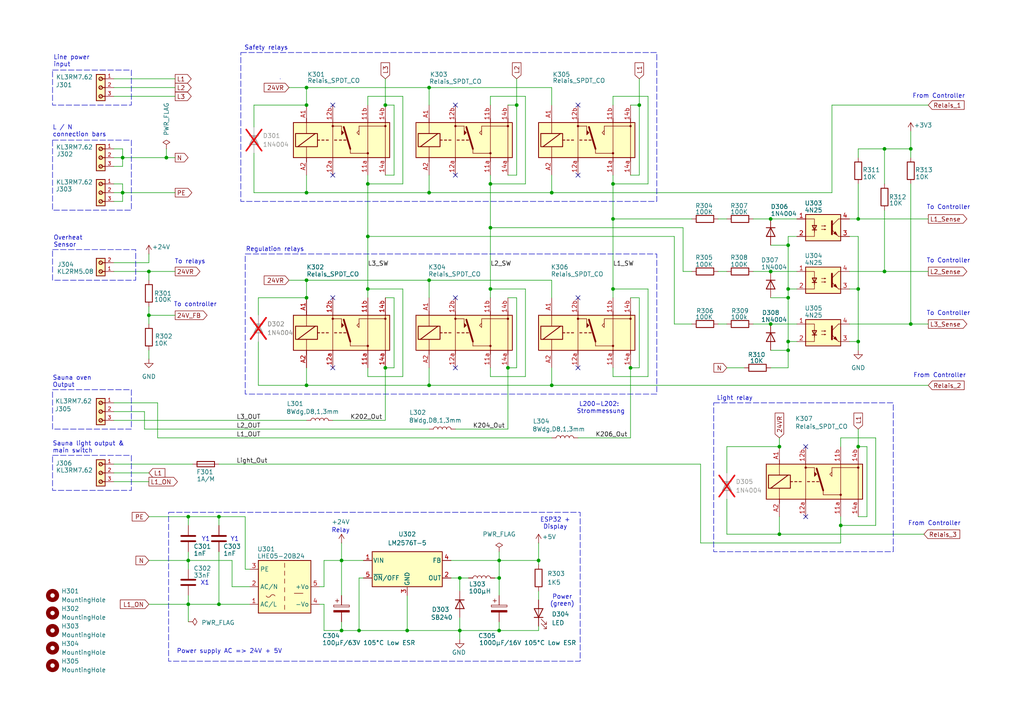
<source format=kicad_sch>
(kicad_sch (version 20250114) (generator "eeschema") (generator_version "9.0")
  (paper "A4")
  (title_block (title "Saunasteuerung") (date "2026-01-18") (rev "0.0.1"))
  (lib_symbols
    (symbol "Device:C" (pin_numbers (hide yes)) (pin_names (offset 0.254))
      (property "Reference" "C" (at 0.635 2.54 0))
      (property "Value" "C" (at 0.635 -2.54 0))
      (symbol "C_1_1"
        (pin passive line (at 0 3.81 270) (length 2.794) (name "~") (number "1"))
        (pin passive line (at 0 -3.81 90) (length 2.794) (name "~") (number "2"))
      )
    )
    (symbol "Device:C_Polarized" (pin_numbers (hide yes)) (pin_names (offset 0.254))
      (property "Reference" "C" (at 0.635 2.54 0))
      (property "Value" "C_Polarized" (at 0.635 -2.54 0))
      (symbol "C_Polarized_1_1"
        (pin passive line (at 0 3.81 270) (length 2.794) (name "~") (number "1"))
        (pin passive line (at 0 -3.81 90) (length 2.794) (name "~") (number "2"))
      )
    )
    (symbol "Device:D" (pin_numbers (hide yes)) (pin_names (offset 1.016) (hide yes))
      (property "Reference" "D" (at 0 2.54 0))
      (property "Value" "D" (at 0 -2.54 0))
      (symbol "D_1_1"
        (pin passive line (at -3.81 0 0) (length 2.54) (name "K") (number "1"))
        (pin passive line (at 3.81 0 180) (length 2.54) (name "A") (number "2"))
      )
    )
    (symbol "Device:Fuse" (pin_numbers (hide yes)) (pin_names (offset 0))
      (property "Reference" "F" (at 2.032 0 90))
      (property "Value" "Fuse" (at -1.905 0 90))
      (symbol "Fuse_1_1"
        (pin passive line (at 0 3.81 270) (length 1.27) (name "~") (number "1"))
        (pin passive line (at 0 -3.81 90) (length 1.27) (name "~") (number "2"))
      )
    )
    (symbol "Device:L" (pin_numbers (hide yes)) (pin_names (offset 1.016) (hide yes))
      (property "Reference" "L" (at -1.27 0 90))
      (property "Value" "L" (at 1.905 0 90))
      (symbol "L_1_1"
        (pin passive line (at 0 3.81 270) (length 1.27) (name "1") (number "1"))
        (pin passive line (at 0 -3.81 90) (length 1.27) (name "2") (number "2"))
      )
    )
    (symbol "Device:LED" (pin_numbers (hide yes)) (pin_names (offset 1.016) (hide yes))
      (property "Reference" "D" (at 0 2.54 0))
      (property "Value" "LED" (at 0 -2.54 0))
      (symbol "LED_1_1"
        (pin passive line (at -3.81 0 0) (length 2.54) (name "K") (number "1"))
        (pin passive line (at 3.81 0 180) (length 2.54) (name "A") (number "2"))
      )
    )
    (symbol "Device:R" (pin_numbers (hide yes)) (pin_names (offset 0))
      (property "Reference" "R" (at 2.032 0 90))
      (property "Value" "R" (at 0 0 90))
      (symbol "R_1_1"
        (pin passive line (at 0 3.81 270) (length 1.27) (name "~") (number "1"))
        (pin passive line (at 0 -3.81 90) (length 1.27) (name "~") (number "2"))
      )
    )
    (symbol "Diode:1N4004" (pin_numbers (hide yes)) (pin_names (hide yes))
      (property "Reference" "D" (at 0 2.54 0))
      (property "Value" "1N4004" (at 0 -2.54 0))
      (symbol "1N4004_1_1"
        (pin passive line (at -3.81 0 0) (length 2.54) (name "K") (number "1"))
        (pin passive line (at 3.81 0 180) (length 2.54) (name "A") (number "2"))
      )
    )
    (symbol "Isolator:Optocoupler_DC_PhotoNPN_AKEC"
      (property "Reference" "U" (at -5.08 5.08 0))
      (property "Value" "Optocoupler_DC_PhotoNPN_AKEC" (at 0 5.08 0))
      (symbol "Optocoupler_DC_PhotoNPN_AKEC_1_1"
        (pin passive line (at -7.62 2.54 0) (length 2.54) (name "~") (number "1"))
        (pin passive line (at -7.62 -2.54 0) (length 2.54) (name "~") (number "2"))
        (pin passive line (at 7.62 2.54 180) (length 2.54) (name "~") (number "4"))
        (pin passive line (at 7.62 -2.54 180) (length 2.54) (name "~") (number "3"))
      )
    )
    (symbol "Mechanical:MountingHole" (pin_names (offset 1.016)) (in_bom no)
      (property "Reference" "H" (at 0 5.08 0))
      (property "Value" "MountingHole" (at 0 3.175 0))
    )
    (symbol "MyConnectors:Terminal_Block_2"
      (property "Reference" "J" (at -0.762 6.35 0))
      (symbol "Terminal_Block_2_0_0"
        (pin passive line (at 0 0 90) (length 2.54) (name "~") (number "1"))
        (pin passive line (at 2.54 0 90) (length 2.54) (name "~") (number "2"))
      )
    )
    (symbol "MyConnectors:Terminal_Block_3"
      (property "Reference" "J" (at -0.762 6.096 0))
      (symbol "Terminal_Block_3_0_0"
        (pin passive line (at 0 0 90) (length 2.54) (name "~") (number "1"))
        (pin passive line (at 2.54 0 90) (length 2.54) (name "~") (number "2"))
        (pin passive line (at 5.08 0 90) (length 2.54) (name "~") (number "3"))
      )
    )
    (symbol "MyRelays:Relay_1XUM"
      (property "Reference" "K" (at 15.748 5.842 0))
      (property "Value" "Relais_SPDT_CO" (at 22.606 3.302 0))
      (symbol "Relay_1XUM_1_1"
        (pin passive line (at -10.16 10.16 270) (length 5.08) (name "~") (number "A1"))
        (pin passive line (at -10.16 -10.16 90) (length 5.08) (name "~") (number "A2"))
        (pin passive line (at -2.54 10.16 270) (length 5.08) (name "~") (number "12b"))
        (pin passive line (at -2.54 -10.16 90) (length 5.08) (name "~") (number "12a"))
        (pin passive line (at 7.62 10.16 270) (length 5.08) (name "~") (number "11b"))
        (pin passive line (at 7.62 -10.16 90) (length 5.08) (name "~") (number "11a"))
        (pin passive line (at 12.7 10.16 270) (length 5.08) (name "~") (number "14b"))
        (pin passive line (at 12.7 -10.16 90) (length 5.08) (name "~") (number "14a"))
      )
    )
    (symbol "Project:Mornsun_AC_DC"
      (property "Reference" "U" (at -7.112 10.922 0))
      (property "Value" "LHE05-20B24" (at -1.016 8.89 0))
      (symbol "Mornsun_AC_DC_1_1"
        (pin passive line (at -10.16 5.08 0) (length 2.54) (name "PE") (number "3"))
        (pin power_in line (at -10.16 0 0) (length 2.54) (name "AC/N") (number "2"))
        (pin power_in line (at -10.16 -5.08 0) (length 2.54) (name "AC/L") (number "1"))
        (pin power_out line (at 10.16 0 180) (length 2.54) (name "+Vo") (number "5"))
        (pin power_out line (at 10.16 -5.08 180) (length 2.54) (name "-Vo") (number "4"))
      )
    )
    (symbol "Regulator_Switching:LM2576T-5" (pin_names (offset 0.254))
      (property "Reference" "U" (at -10.16 6.35 0))
      (property "Value" "LM2576T-5" (at 0 6.35 0))
      (symbol "LM2576T-5_1_1"
        (pin power_in line (at -12.7 2.54 0) (length 2.54) (name "VIN") (number "1"))
        (pin input line (at -12.7 -2.54 0) (length 2.54) (name "~{ON}/OFF") (number "5"))
        (pin power_in line (at 0 -7.62 90) (length 2.54) (name "GND") (number "3"))
        (pin input line (at 12.7 2.54 180) (length 2.54) (name "FB") (number "4"))
        (pin output line (at 12.7 -2.54 180) (length 2.54) (name "OUT") (number "2"))
      )
    )
    (symbol "power:+24V" (power) (pin_numbers (hide yes)) (pin_names (offset 0) (hide yes))
      (property "Value" "+24V" (at 0 3.556 0))
      (symbol "+24V_1_1"
        (pin power_in line (at 0 0 90) (length 0) (name "~") (number "1"))
      )
    )
    (symbol "power:+3V3" (power) (pin_numbers (hide yes)) (pin_names (offset 0) (hide yes))
      (property "Value" "+3V3" (at 0 3.556 0))
      (symbol "+3V3_1_1"
        (pin power_in line (at 0 0 90) (length 0) (name "~") (number "1"))
      )
    )
    (symbol "power:+5V" (power) (pin_numbers (hide yes)) (pin_names (offset 0) (hide yes))
      (property "Value" "+5V" (at 0 3.556 0))
      (symbol "+5V_1_1"
        (pin power_in line (at 0 0 90) (length 0) (name "~") (number "1"))
      )
    )
    (symbol "power:GND" (power) (pin_numbers (hide yes)) (pin_names (offset 0) (hide yes))
      (property "Value" "GND" (at 0 -3.81 0))
      (symbol "GND_1_1"
        (pin power_in line (at 0 0 270) (length 0) (name "~") (number "1"))
      )
    )
    (symbol "power:PWR_FLAG" (power) (pin_numbers (hide yes)) (pin_names (offset 0) (hide yes))
      (property "Value" "PWR_FLAG" (at 0 3.81 0))
      (symbol "PWR_FLAG_0_0"
        (pin power_out line (at 0 0 90) (length 0) (name "~") (number "1"))
      )
    )
  )
  (rectangle (start 207.01 116.84) (end 259.08 160.02) (stroke (width 0) (type dash)))
  (rectangle (start 15.24 40.64) (end 38.1 60.96) (stroke (width 0) (type dash)))
  (rectangle (start 15.24 20.32) (end 38.1 30.48) (stroke (width 0) (type dash)))
  (rectangle (start 15.24 113.03) (end 38.1 124.46) (stroke (width 0) (type dash)))
  (rectangle (start 69.85 15.24) (end 190.5 58.42) (stroke (width 0) (type dash)))
  (rectangle (start 15.24 132.08) (end 38.1 142.24) (stroke (width 0) (type dash)))
  (rectangle (start 81.28 22.86) (end 81.28 22.86))
  (rectangle (start 81.28 22.86) (end 81.28 22.86))
  (rectangle (start 48.895 148.59) (end 168.275 191.77) (stroke (width 0) (type dash)))
  (rectangle (start 15.24 72.39) (end 39.37 81.28) (stroke (width 0) (type dash)))
  (rectangle (start 71.12 73.66) (end 190.5 114.3) (stroke (width 0) (type dash)))
  (text "From Controller\n" (at 271.018 151.892 0) (effects (font (size 1.27 1.27))))
  (text "Power supply AC => 24V + 5V" (at 66.548 188.976 0) (effects (font (size 1.27 1.27))))
  (text "Regulation relays" (at 79.756 72.39 0) (effects (font (size 1.27 1.27))))
  (text "L / N\nconnection bars" (at 15.24 38.1 0) (effects (font (size 1.27 1.27)) (justify left)))
  (text "To Controller\n" (at 275.082 75.692 0) (effects (font (size 1.27 1.27))))
  (text "Light relay" (at 213.106 115.57 0) (effects (font (size 1.27 1.27))))
  (text "Overheat\nSensor" (at 15.494 70.104 0) (effects (font (size 1.27 1.27)) (justify left)))
  (text "Sauna oven\nOutput" (at 15.24 110.744 0) (effects (font (size 1.27 1.27)) (justify left)))
  (text "X1" (at 59.436 169.164 0) (effects (font (size 1.27 1.27))))
  (text "From Controller\n" (at 272.542 108.966 0) (effects (font (size 1.27 1.27))))
  (text "L200-L202: \nStrommessung" (at 174.244 118.364 0) (effects (font (size 1.27 1.27))))
  (text "Y1" (at 68.072 156.464 0) (effects (font (size 1.27 1.27))))
  (text "To relays" (at 55.118 75.946 0) (effects (font (size 1.27 1.27))))
  (text "To controller" (at 56.642 88.392 0) (effects (font (size 1.27 1.27))))
  (text "Safety relays" (at 77.216 13.97 0) (effects (font (size 1.27 1.27))))
  (text "Line power \ninput" (at 15.494 17.78 0) (effects (font (size 1.27 1.27)) (justify left)))
  (text "To Controller\n" (at 275.082 60.198 0) (effects (font (size 1.27 1.27))))
  (text "Sauna light output &\nmain switch" (at 15.24 129.794 0) (effects (font (size 1.27 1.27)) (justify left)))
  (text "To Controller\n" (at 275.082 90.932 0) (effects (font (size 1.27 1.27))))
  (text "Power\n(green)" (at 163.068 174.244 0) (effects (font (size 1.27 1.27))))
  (text "From Controller\n" (at 272.288 27.94 0) (effects (font (size 1.27 1.27))))
  (text "Y1" (at 59.69 156.464 0) (effects (font (size 1.27 1.27))))
  (text "ESP32 +\nDisplay" (at 161.036 151.892 0) (effects (font (size 1.27 1.27))))
  (text "Relay" (at 98.806 153.924 0) (effects (font (size 1.27 1.27))))
  (junction (at 142.24 83.82))
  (junction (at 177.8 83.82))
  (junction (at 264.16 43.18))
  (junction (at 88.9 81.28))
  (junction (at 35.56 55.88))
  (junction (at 54.61 162.56))
  (junction (at 144.78 182.88))
  (junction (at 228.6 86.36))
  (junction (at 124.46 25.4))
  (junction (at 182.88 106.68))
  (junction (at 228.6 71.12))
  (junction (at 124.46 111.76))
  (junction (at 54.61 175.26))
  (junction (at 124.46 55.88))
  (junction (at 88.9 30.48))
  (junction (at 248.92 83.82))
  (junction (at 124.46 81.28))
  (junction (at 264.16 93.98))
  (junction (at 226.06 154.94))
  (junction (at 256.54 43.18))
  (junction (at 160.02 55.88))
  (junction (at 243.84 152.4))
  (junction (at 226.06 129.54))
  (junction (at 142.24 66.04))
  (junction (at 223.52 93.98))
  (junction (at 106.68 68.58))
  (junction (at 104.14 182.88))
  (junction (at 185.42 30.48))
  (junction (at 99.06 162.56))
  (junction (at 118.11 182.88))
  (junction (at 156.21 162.56))
  (junction (at 256.54 78.74))
  (junction (at 177.8 53.34))
  (junction (at 99.06 182.88))
  (junction (at 177.8 63.5))
  (junction (at 63.5 175.26))
  (junction (at 228.6 99.06))
  (junction (at 63.5 149.86))
  (junction (at 144.78 162.56))
  (junction (at 111.76 106.68))
  (junction (at 223.52 63.5))
  (junction (at 88.9 86.36))
  (junction (at 111.76 30.48))
  (junction (at 248.92 99.06))
  (junction (at 142.24 53.34))
  (junction (at 149.86 30.48))
  (junction (at 35.56 45.72))
  (junction (at 223.52 78.74))
  (junction (at 88.9 111.76))
  (junction (at 43.18 91.44))
  (junction (at 43.18 78.74))
  (junction (at 160.02 111.76))
  (junction (at 54.61 149.86))
  (junction (at 248.92 63.5))
  (junction (at 88.9 55.88))
  (junction (at 133.35 167.64))
  (junction (at 133.35 182.88))
  (junction (at 106.68 83.82))
  (junction (at 88.9 25.4))
  (junction (at 228.6 83.82))
  (junction (at 106.68 53.34))
  (junction (at 147.32 106.68))
  (junction (at 144.78 167.64))
  (junction (at 228.6 101.6))
  (junction (at 48.26 45.72))
  (junction (at 248.92 129.54))
  (no_connect (at 233.68 129.54))
  (no_connect (at 167.64 30.48))
  (no_connect (at 132.08 30.48))
  (no_connect (at 167.64 50.8))
  (no_connect (at 96.52 106.68))
  (no_connect (at 132.08 50.8))
  (no_connect (at 96.52 86.36))
  (no_connect (at 96.52 50.8))
  (no_connect (at 233.68 149.86))
  (no_connect (at 132.08 86.36))
  (no_connect (at 132.08 106.68))
  (no_connect (at 96.52 30.48))
  (no_connect (at 167.64 106.68))
  (no_connect (at 167.64 86.36))
  (wire (pts (xy 187.96 27.94) (xy 187.96 53.34)))
  (wire (pts (xy 124.46 55.88) (xy 160.02 55.88)))
  (wire (pts (xy 124.46 25.4) (xy 124.46 30.48)))
  (wire (pts (xy 185.42 86.36) (xy 185.42 106.68)))
  (wire (pts (xy 144.78 167.64) (xy 144.78 172.72)))
  (wire (pts (xy 124.46 111.76) (xy 88.9 111.76)))
  (wire (pts (xy 264.16 53.34) (xy 264.16 93.98)))
  (wire (pts (xy 248.92 63.5) (xy 269.24 63.5)))
  (wire (pts (xy 104.14 182.88) (xy 118.11 182.88)))
  (wire (pts (xy 156.21 162.56) (xy 156.21 163.83)))
  (wire (pts (xy 92.71 170.18) (xy 93.98 170.18)))
  (wire (pts (xy 177.8 83.82) (xy 187.96 83.82)))
  (wire (pts (xy 182.88 50.8) (xy 185.42 50.8)))
  (wire (pts (xy 149.86 22.86) (xy 149.86 30.48)))
  (wire (pts (xy 67.31 162.56) (xy 67.31 170.18)))
  (wire (pts (xy 147.32 106.68) (xy 147.32 124.46)))
  (wire (pts (xy 142.24 53.34) (xy 142.24 50.8)))
  (wire (pts (xy 208.28 63.5) (xy 210.82 63.5)))
  (wire (pts (xy 160.02 25.4) (xy 160.02 30.48)))
  (wire (pts (xy 223.52 93.98) (xy 231.14 93.98)))
  (wire (pts (xy 118.11 172.72) (xy 118.11 182.88)))
  (wire (pts (xy 223.52 78.74) (xy 231.14 78.74)))
  (wire (pts (xy 226.06 149.86) (xy 226.06 154.94)))
  (wire (pts (xy 133.35 182.88) (xy 144.78 182.88)))
  (wire (pts (xy 218.44 93.98) (xy 223.52 93.98)))
  (wire (pts (xy 99.06 162.56) (xy 105.41 162.56)))
  (wire (pts (xy 177.8 53.34) (xy 177.8 63.5)))
  (wire (pts (xy 41.91 124.46) (xy 41.91 119.38)))
  (wire (pts (xy 142.24 109.22) (xy 142.24 106.68)))
  (wire (pts (xy 264.16 43.18) (xy 264.16 45.72)))
  (wire (pts (xy 149.86 106.68) (xy 147.32 106.68)))
  (wire (pts (xy 185.42 30.48) (xy 182.88 30.48)))
  (wire (pts (xy 241.3 55.88) (xy 241.3 30.48)))
  (wire (pts (xy 160.02 86.36) (xy 160.02 81.28)))
  (wire (pts (xy 142.24 53.34) (xy 142.24 66.04)))
  (wire (pts (xy 248.92 68.58) (xy 248.92 83.82)))
  (wire (pts (xy 114.3 86.36) (xy 114.3 106.68)))
  (wire (pts (xy 33.02 53.34) (xy 35.56 53.34)))
  (wire (pts (xy 226.06 129.54) (xy 210.82 129.54)))
  (wire (pts (xy 147.32 86.36) (xy 149.86 86.36)))
  (wire (pts (xy 33.02 27.94) (xy 50.8 27.94)))
  (wire (pts (xy 248.92 124.46) (xy 248.92 129.54)))
  (wire (pts (xy 54.61 162.56) (xy 54.61 165.1)))
  (wire (pts (xy 48.26 45.72) (xy 50.8 45.72)))
  (wire (pts (xy 118.11 182.88) (xy 133.35 182.88)))
  (wire (pts (xy 228.6 68.58) (xy 228.6 71.12)))
  (wire (pts (xy 41.91 124.46) (xy 124.46 124.46)))
  (wire (pts (xy 177.8 53.34) (xy 177.8 50.8)))
  (wire (pts (xy 142.24 27.94) (xy 152.4 27.94)))
  (wire (pts (xy 200.66 78.74) (xy 198.12 78.74)))
  (wire (pts (xy 54.61 162.56) (xy 67.31 162.56)))
  (wire (pts (xy 160.02 50.8) (xy 160.02 55.88)))
  (wire (pts (xy 99.06 182.88) (xy 104.14 182.88)))
  (wire (pts (xy 35.56 55.88) (xy 35.56 58.42)))
  (wire (pts (xy 124.46 25.4) (xy 160.02 25.4)))
  (wire (pts (xy 63.5 149.86) (xy 71.12 149.86)))
  (wire (pts (xy 246.38 68.58) (xy 248.92 68.58)))
  (wire (pts (xy 218.44 78.74) (xy 223.52 78.74)))
  (wire (pts (xy 210.82 106.68) (xy 215.9 106.68)))
  (wire (pts (xy 43.18 101.6) (xy 43.18 104.14)))
  (wire (pts (xy 198.12 78.74) (xy 198.12 66.04)))
  (wire (pts (xy 63.5 175.26) (xy 72.39 175.26)))
  (wire (pts (xy 106.68 109.22) (xy 106.68 106.68)))
  (wire (pts (xy 93.98 170.18) (xy 93.98 162.56)))
  (wire (pts (xy 33.02 48.26) (xy 35.56 48.26)))
  (wire (pts (xy 248.92 129.54) (xy 251.46 129.54)))
  (wire (pts (xy 248.92 63.5) (xy 246.38 63.5)))
  (wire (pts (xy 218.44 63.5) (xy 223.52 63.5)))
  (wire (pts (xy 226.06 154.94) (xy 267.97 154.94)))
  (wire (pts (xy 43.18 78.74) (xy 50.8 78.74)))
  (wire (pts (xy 133.35 179.07) (xy 133.35 182.88)))
  (wire (pts (xy 92.71 175.26) (xy 93.98 175.26)))
  (wire (pts (xy 228.6 71.12) (xy 228.6 83.82)))
  (wire (pts (xy 88.9 81.28) (xy 88.9 86.36)))
  (wire (pts (xy 124.46 81.28) (xy 124.46 86.36)))
  (wire (pts (xy 74.93 86.36) (xy 74.93 91.44)))
  (wire (pts (xy 88.9 30.48) (xy 88.9 25.4)))
  (wire (pts (xy 106.68 53.34) (xy 116.84 53.34)))
  (wire (pts (xy 147.32 50.8) (xy 149.86 50.8)))
  (wire (pts (xy 144.78 162.56) (xy 156.21 162.56)))
  (wire (pts (xy 116.84 27.94) (xy 106.68 27.94)))
  (wire (pts (xy 133.35 167.64) (xy 135.89 167.64)))
  (wire (pts (xy 63.5 149.86) (xy 63.5 152.4)))
  (wire (pts (xy 210.82 154.94) (xy 210.82 144.78)))
  (wire (pts (xy 33.02 139.7) (xy 43.18 139.7)))
  (wire (pts (xy 144.78 160.02) (xy 144.78 162.56)))
  (wire (pts (xy 223.52 63.5) (xy 231.14 63.5)))
  (wire (pts (xy 33.02 25.4) (xy 50.8 25.4)))
  (wire (pts (xy 45.72 127) (xy 160.02 127)))
  (wire (pts (xy 45.72 116.84) (xy 45.72 127)))
  (wire (pts (xy 210.82 129.54) (xy 210.82 137.16)))
  (wire (pts (xy 241.3 30.48) (xy 269.24 30.48)))
  (wire (pts (xy 93.98 162.56) (xy 99.06 162.56)))
  (wire (pts (xy 33.02 134.62) (xy 55.88 134.62)))
  (wire (pts (xy 246.38 78.74) (xy 256.54 78.74)))
  (wire (pts (xy 200.66 93.98) (xy 195.58 93.98)))
  (wire (pts (xy 88.9 50.8) (xy 88.9 55.88)))
  (wire (pts (xy 152.4 109.22) (xy 142.24 109.22)))
  (wire (pts (xy 33.02 45.72) (xy 35.56 45.72)))
  (wire (pts (xy 63.5 134.62) (xy 203.2 134.62)))
  (wire (pts (xy 33.02 119.38) (xy 41.91 119.38)))
  (wire (pts (xy 160.02 55.88) (xy 241.3 55.88)))
  (wire (pts (xy 106.68 50.8) (xy 106.68 53.34)))
  (wire (pts (xy 264.16 38.1) (xy 264.16 43.18)))
  (wire (pts (xy 223.52 101.6) (xy 228.6 101.6)))
  (wire (pts (xy 256.54 43.18) (xy 256.54 53.34)))
  (wire (pts (xy 256.54 78.74) (xy 269.24 78.74)))
  (wire (pts (xy 106.68 68.58) (xy 106.68 83.82)))
  (wire (pts (xy 33.02 55.88) (xy 35.56 55.88)))
  (wire (pts (xy 156.21 171.45) (xy 156.21 173.99)))
  (wire (pts (xy 73.66 44.45) (xy 73.66 55.88)))
  (wire (pts (xy 231.14 99.06) (xy 228.6 99.06)))
  (wire (pts (xy 73.66 30.48) (xy 73.66 36.83)))
  (wire (pts (xy 83.82 81.28) (xy 88.9 81.28)))
  (wire (pts (xy 35.56 43.18) (xy 35.56 45.72)))
  (wire (pts (xy 33.02 78.74) (xy 43.18 78.74)))
  (wire (pts (xy 182.88 86.36) (xy 185.42 86.36)))
  (wire (pts (xy 152.4 27.94) (xy 152.4 53.34)))
  (wire (pts (xy 243.84 152.4) (xy 243.84 149.86)))
  (wire (pts (xy 195.58 93.98) (xy 195.58 68.58)))
  (wire (pts (xy 88.9 55.88) (xy 73.66 55.88)))
  (wire (pts (xy 106.68 27.94) (xy 106.68 30.48)))
  (wire (pts (xy 248.92 83.82) (xy 248.92 99.06)))
  (wire (pts (xy 71.12 149.86) (xy 71.12 165.1)))
  (wire (pts (xy 33.02 22.86) (xy 50.8 22.86)))
  (wire (pts (xy 246.38 99.06) (xy 248.92 99.06)))
  (wire (pts (xy 130.81 162.56) (xy 144.78 162.56)))
  (wire (pts (xy 142.24 86.36) (xy 142.24 83.82)))
  (wire (pts (xy 74.93 111.76) (xy 74.93 99.06)))
  (wire (pts (xy 71.12 165.1) (xy 72.39 165.1)))
  (wire (pts (xy 256.54 60.96) (xy 256.54 78.74)))
  (wire (pts (xy 223.52 106.68) (xy 228.6 106.68)))
  (wire (pts (xy 167.64 127) (xy 182.88 127)))
  (wire (pts (xy 160.02 111.76) (xy 269.24 111.76)))
  (wire (pts (xy 251.46 129.54) (xy 251.46 149.86)))
  (wire (pts (xy 228.6 83.82) (xy 228.6 86.36)))
  (wire (pts (xy 124.46 50.8) (xy 124.46 55.88)))
  (wire (pts (xy 142.24 27.94) (xy 142.24 30.48)))
  (wire (pts (xy 35.56 53.34) (xy 35.56 55.88)))
  (wire (pts (xy 177.8 63.5) (xy 177.8 83.82)))
  (wire (pts (xy 54.61 175.26) (xy 54.61 180.34)))
  (wire (pts (xy 43.18 175.26) (xy 54.61 175.26)))
  (wire (pts (xy 48.26 43.18) (xy 48.26 45.72)))
  (wire (pts (xy 251.46 149.86) (xy 248.92 149.86)))
  (wire (pts (xy 256.54 43.18) (xy 264.16 43.18)))
  (wire (pts (xy 228.6 86.36) (xy 228.6 99.06)))
  (wire (pts (xy 246.38 93.98) (xy 264.16 93.98)))
  (wire (pts (xy 35.56 45.72) (xy 35.56 48.26)))
  (wire (pts (xy 228.6 99.06) (xy 228.6 101.6)))
  (wire (pts (xy 156.21 181.61) (xy 156.21 182.88)))
  (wire (pts (xy 223.52 86.36) (xy 228.6 86.36)))
  (wire (pts (xy 88.9 111.76) (xy 88.9 106.68)))
  (wire (pts (xy 182.88 106.68) (xy 185.42 106.68)))
  (wire (pts (xy 177.8 106.68) (xy 177.8 109.22)))
  (wire (pts (xy 111.76 22.86) (xy 111.76 30.48)))
  (wire (pts (xy 43.18 88.9) (xy 43.18 91.44)))
  (wire (pts (xy 226.06 127) (xy 226.06 129.54)))
  (wire (pts (xy 144.78 180.34) (xy 144.78 182.88)))
  (wire (pts (xy 104.14 167.64) (xy 104.14 182.88)))
  (wire (pts (xy 33.02 116.84) (xy 45.72 116.84)))
  (wire (pts (xy 54.61 175.26) (xy 63.5 175.26)))
  (wire (pts (xy 228.6 101.6) (xy 228.6 106.68)))
  (wire (pts (xy 177.8 83.82) (xy 177.8 86.36)))
  (wire (pts (xy 156.21 157.48) (xy 156.21 162.56)))
  (wire (pts (xy 99.06 157.48) (xy 99.06 162.56)))
  (wire (pts (xy 203.2 157.48) (xy 243.84 157.48)))
  (wire (pts (xy 177.8 27.94) (xy 177.8 30.48)))
  (wire (pts (xy 144.78 182.88) (xy 156.21 182.88)))
  (wire (pts (xy 43.18 76.2) (xy 43.18 73.66)))
  (wire (pts (xy 33.02 137.16) (xy 43.18 137.16)))
  (wire (pts (xy 254 127) (xy 254 152.4)))
  (wire (pts (xy 43.18 91.44) (xy 50.8 91.44)))
  (wire (pts (xy 231.14 83.82) (xy 228.6 83.82)))
  (wire (pts (xy 93.98 182.88) (xy 99.06 182.88)))
  (wire (pts (xy 223.52 71.12) (xy 228.6 71.12)))
  (wire (pts (xy 243.84 152.4) (xy 243.84 157.48)))
  (wire (pts (xy 43.18 162.56) (xy 54.61 162.56)))
  (wire (pts (xy 106.68 83.82) (xy 106.68 86.36)))
  (wire (pts (xy 142.24 83.82) (xy 152.4 83.82)))
  (wire (pts (xy 106.68 83.82) (xy 116.84 83.82)))
  (wire (pts (xy 111.76 86.36) (xy 114.3 86.36)))
  (wire (pts (xy 33.02 58.42) (xy 35.56 58.42)))
  (wire (pts (xy 116.84 109.22) (xy 106.68 109.22)))
  (wire (pts (xy 111.76 50.8) (xy 114.3 50.8)))
  (wire (pts (xy 111.76 106.68) (xy 111.76 121.92)))
  (wire (pts (xy 132.08 124.46) (xy 147.32 124.46)))
  (wire (pts (xy 208.28 78.74) (xy 210.82 78.74)))
  (wire (pts (xy 226.06 154.94) (xy 210.82 154.94)))
  (wire (pts (xy 83.82 25.4) (xy 88.9 25.4)))
  (wire (pts (xy 93.98 182.88) (xy 93.98 175.26)))
  (wire (pts (xy 63.5 160.02) (xy 63.5 175.26)))
  (wire (pts (xy 124.46 111.76) (xy 124.46 106.68)))
  (wire (pts (xy 187.96 109.22) (xy 177.8 109.22)))
  (wire (pts (xy 149.86 30.48) (xy 149.86 50.8)))
  (wire (pts (xy 254 152.4) (xy 243.84 152.4)))
  (wire (pts (xy 88.9 25.4) (xy 124.46 25.4)))
  (wire (pts (xy 114.3 30.48) (xy 114.3 50.8)))
  (wire (pts (xy 33.02 121.92) (xy 88.9 121.92)))
  (wire (pts (xy 243.84 127) (xy 254 127)))
  (wire (pts (xy 248.92 99.06) (xy 248.92 101.6)))
  (wire (pts (xy 133.35 182.88) (xy 133.35 185.42)))
  (wire (pts (xy 116.84 53.34) (xy 116.84 27.94)))
  (wire (pts (xy 149.86 86.36) (xy 149.86 106.68)))
  (wire (pts (xy 116.84 83.82) (xy 116.84 109.22)))
  (wire (pts (xy 248.92 45.72) (xy 248.92 43.18)))
  (wire (pts (xy 88.9 111.76) (xy 74.93 111.76)))
  (wire (pts (xy 88.9 86.36) (xy 74.93 86.36)))
  (wire (pts (xy 160.02 106.68) (xy 160.02 111.76)))
  (wire (pts (xy 33.02 76.2) (xy 43.18 76.2)))
  (wire (pts (xy 54.61 172.72) (xy 54.61 175.26)))
  (wire (pts (xy 67.31 170.18) (xy 72.39 170.18)))
  (wire (pts (xy 43.18 78.74) (xy 43.18 81.28)))
  (wire (pts (xy 147.32 30.48) (xy 149.86 30.48)))
  (wire (pts (xy 35.56 55.88) (xy 50.8 55.88)))
  (wire (pts (xy 99.06 162.56) (xy 99.06 172.72)))
  (wire (pts (xy 246.38 83.82) (xy 248.92 83.82)))
  (wire (pts (xy 177.8 53.34) (xy 187.96 53.34)))
  (wire (pts (xy 142.24 53.34) (xy 152.4 53.34)))
  (wire (pts (xy 124.46 81.28) (xy 88.9 81.28)))
  (wire (pts (xy 231.14 68.58) (xy 228.6 68.58)))
  (wire (pts (xy 177.8 63.5) (xy 200.66 63.5)))
  (wire (pts (xy 142.24 66.04) (xy 142.24 83.82)))
  (wire (pts (xy 144.78 167.64) (xy 143.51 167.64)))
  (wire (pts (xy 88.9 30.48) (xy 73.66 30.48)))
  (wire (pts (xy 144.78 162.56) (xy 144.78 167.64)))
  (wire (pts (xy 203.2 157.48) (xy 203.2 134.62)))
  (wire (pts (xy 88.9 55.88) (xy 124.46 55.88)))
  (wire (pts (xy 96.52 121.92) (xy 111.76 121.92)))
  (wire (pts (xy 105.41 167.64) (xy 104.14 167.64)))
  (wire (pts (xy 106.68 53.34) (xy 106.68 68.58)))
  (wire (pts (xy 177.8 27.94) (xy 187.96 27.94)))
  (wire (pts (xy 106.68 68.58) (xy 195.58 68.58)))
  (wire (pts (xy 248.92 43.18) (xy 256.54 43.18)))
  (wire (pts (xy 114.3 106.68) (xy 111.76 106.68)))
  (wire (pts (xy 142.24 66.04) (xy 198.12 66.04)))
  (wire (pts (xy 133.35 167.64) (xy 133.35 171.45)))
  (wire (pts (xy 187.96 83.82) (xy 187.96 109.22)))
  (wire (pts (xy 43.18 91.44) (xy 43.18 93.98)))
  (wire (pts (xy 54.61 160.02) (xy 54.61 162.56)))
  (wire (pts (xy 152.4 83.82) (xy 152.4 109.22)))
  (wire (pts (xy 185.42 50.8) (xy 185.42 30.48)))
  (wire (pts (xy 182.88 106.68) (xy 182.88 127)))
  (wire (pts (xy 248.92 53.34) (xy 248.92 63.5)))
  (wire (pts (xy 160.02 81.28) (xy 124.46 81.28)))
  (wire (pts (xy 111.76 30.48) (xy 114.3 30.48)))
  (wire (pts (xy 54.61 149.86) (xy 63.5 149.86)))
  (wire (pts (xy 185.42 22.86) (xy 185.42 30.48)))
  (wire (pts (xy 130.81 167.64) (xy 133.35 167.64)))
  (wire (pts (xy 264.16 93.98) (xy 269.24 93.98)))
  (wire (pts (xy 160.02 111.76) (xy 124.46 111.76)))
  (wire (pts (xy 99.06 180.34) (xy 99.06 182.88)))
  (wire (pts (xy 54.61 149.86) (xy 54.61 152.4)))
  (wire (pts (xy 208.28 93.98) (xy 210.82 93.98)))
  (wire (pts (xy 33.02 43.18) (xy 35.56 43.18)))
  (wire (pts (xy 35.56 45.72) (xy 48.26 45.72)))
  (wire (pts (xy 43.18 149.86) (xy 54.61 149.86)))
  (wire (pts (xy 243.84 129.54) (xy 243.84 127)))
  (label "L2_SW" (at 142.24 77.47 0))
  (label "K202_Out" (at 101.6 121.92 0))
  (label "L3_OUT" (at 68.58 121.92 0))
  (label "L2_OUT" (at 68.58 124.46 0))
  (label "L1_SW" (at 177.8 77.47 0))
  (label "Light_Out" (at 68.58 134.62 0))
  (label "L3_SW" (at 106.68 77.47 0))
  (label "L1_OUT" (at 68.58 127 0))
  (label "K206_Out" (at 172.72 127 0))
  (label "K204_Out" (at 137.16 124.46 0))
  (global_label "L2_Sense" (shape output) (at 269.24 78.74 0) (property "Intersheetrefs" "${INTERSHEET_REFS}" (effects (hide yes))))
  (global_label "Relais_1" (shape input) (at 269.24 30.48 0) (property "Intersheetrefs" "${INTERSHEET_REFS}" (effects (hide yes))))
  (global_label "N" (shape input) (at 210.82 106.68 180) (property "Intersheetrefs" "${INTERSHEET_REFS}" (effects (hide yes))))
  (global_label "PE" (shape input) (at 43.18 149.86 180) (property "Intersheetrefs" "${INTERSHEET_REFS}" (effects (hide yes))))
  (global_label "Relais_3" (shape input) (at 267.97 154.94 0) (property "Intersheetrefs" "${INTERSHEET_REFS}" (effects (hide yes))))
  (global_label "L1" (shape output) (at 50.8 22.86 0) (property "Intersheetrefs" "${INTERSHEET_REFS}" (effects (hide yes))))
  (global_label "24V_FB" (shape output) (at 50.8 91.44 0) (property "Intersheetrefs" "${INTERSHEET_REFS}" (effects (hide yes))))
  (global_label "Relais_2" (shape input) (at 269.24 111.76 0) (property "Intersheetrefs" "${INTERSHEET_REFS}" (effects (hide yes))))
  (global_label "L1" (shape input) (at 248.92 124.46 90) (property "Intersheetrefs" "${INTERSHEET_REFS}" (effects (hide yes))))
  (global_label "L1_ON" (shape output) (at 43.18 139.7 0) (property "Intersheetrefs" "${INTERSHEET_REFS}" (effects (hide yes))))
  (global_label "24VR" (shape input) (at 83.82 25.4 180) (property "Intersheetrefs" "${INTERSHEET_REFS}" (effects (hide yes))))
  (global_label "L1_ON" (shape input) (at 43.18 175.26 180) (property "Intersheetrefs" "${INTERSHEET_REFS}" (effects (hide yes))))
  (global_label "L2" (shape output) (at 50.8 25.4 0) (property "Intersheetrefs" "${INTERSHEET_REFS}" (effects (hide yes))))
  (global_label "24VR" (shape output) (at 50.8 78.74 0) (property "Intersheetrefs" "${INTERSHEET_REFS}" (effects (hide yes))))
  (global_label "L3_Sense" (shape output) (at 269.24 93.98 0) (property "Intersheetrefs" "${INTERSHEET_REFS}" (effects (hide yes))))
  (global_label "24VR" (shape input) (at 83.82 81.28 180) (property "Intersheetrefs" "${INTERSHEET_REFS}" (effects (hide yes))))
  (global_label "L3" (shape output) (at 50.8 27.94 0) (property "Intersheetrefs" "${INTERSHEET_REFS}" (effects (hide yes))))
  (global_label "L2" (shape input) (at 149.86 22.86 90) (property "Intersheetrefs" "${INTERSHEET_REFS}" (effects (hide yes))))
  (global_label "L1" (shape input) (at 43.18 137.16 0) (property "Intersheetrefs" "${INTERSHEET_REFS}" (effects (hide yes))))
  (global_label "N" (shape output) (at 50.8 45.72 0) (property "Intersheetrefs" "${INTERSHEET_REFS}" (effects (hide yes))))
  (global_label "24VR" (shape input) (at 226.06 127 90) (property "Intersheetrefs" "${INTERSHEET_REFS}" (effects (hide yes))))
  (global_label "PE" (shape output) (at 50.8 55.88 0) (property "Intersheetrefs" "${INTERSHEET_REFS}" (effects (hide yes))))
  (global_label "N" (shape input) (at 43.18 162.56 180) (property "Intersheetrefs" "${INTERSHEET_REFS}" (effects (hide yes))))
  (global_label "L1_Sense" (shape output) (at 269.24 63.5 0) (property "Intersheetrefs" "${INTERSHEET_REFS}" (effects (hide yes))))
  (global_label "L1" (shape input) (at 185.42 22.86 90) (property "Intersheetrefs" "${INTERSHEET_REFS}" (effects (hide yes))))
  (global_label "L3" (shape input) (at 111.76 22.86 90) (property "Intersheetrefs" "${INTERSHEET_REFS}" (effects (hide yes))))
  (symbol (lib_id "Diode:1N4004") (at 73.66 40.64 270) (unit 1) (dnp yes)
    (property "Reference" "D301" (at 76.2 39.3699 90) (effects (justify left)))
    (property "Value" "1N4004" (at 76.2 41.9099 90) (effects (justify left)))
    (property "Footprint" "Diode_SMD:D_SMA_Handsoldering" (effects (hide yes)))
    (property "Datasheet" "http://www.vishay.com/docs/88503/1n4001.pdf" (effects (hide yes)))
    (property "Description" "400V 1A General Purpose Rectifier Diode, DO-41" (effects (hide yes)))
    (property "Sim.Device" "D" (effects (hide yes)))
    (property "Sim.Pins" "1=K 2=A" (effects (hide yes)))
  )
  (symbol (lib_id "Device:C_Polarized") (at 144.78 176.53 0) (unit 1)
    (property "Reference" "C305" (at 138.684 184.404 0) (effects (justify left)))
    (property "Value" "1000µF/16V 105°C Low ESR" (at 138.938 186.436 0) (effects (justify left)))
    (property "Footprint" "Capacitor_THT:CP_Radial_D10.0mm_P5.00mm" (effects (hide yes)))
    (property "Description" "Polarized capacitor" (effects (hide yes)))
  )
  (symbol (lib_id "MyConnectors:Terminal_Block_3") (at 33.02 43.18 90) (mirror x) (unit 1)
    (property "Reference" "J302" (at 18.796 44.704 90))
    (property "Value" "KL3RM7.62" (at 21.59 42.672 90))
    (property "Footprint" "MyConnectors:Terminal_Block_3_RM7.62" (effects (hide yes)))
    (property "Description" "3 pol screw terminal" (effects (hide yes)))
  )
  (symbol (lib_id "power:GND") (at 43.18 104.14 0) (unit 1)
    (property "Reference" "#PWR0302" (effects (hide yes)))
    (property "Value" "GND" (at 43.18 109.22 0))
    (property "Description" "Power symbol creates a global label with name \"GND\" , ground" (effects (hide yes)))
  )
  (symbol (lib_id "power:+5V") (at 156.21 157.48 0) (unit 1)
    (property "Reference" "#PWR0305" (effects (hide yes)))
    (property "Value" "+5V" (at 159.258 155.702 0))
    (property "Description" "Power symbol creates a global label with name \"+5V\"" (effects (hide yes)))
  )
  (symbol (lib_id "Device:L") (at 128.27 124.46 90) (unit 1)
    (property "Reference" "L302" (at 121.158 119.634 90))
    (property "Value" "8Wdg,D8,1,3mm" (at 126.238 121.92 90))
    (property "Footprint" "SaunaProject:Current_Coil_15X14" (effects (hide yes)))
    (property "Description" "Inductor" (effects (hide yes)))
  )
  (symbol (lib_id "power:GND") (at 133.35 185.42 0) (unit 1)
    (property "Reference" "#PWR0304" (effects (hide yes)))
    (property "Value" "GND" (at 133.096 189.23 0))
    (property "Description" "Power symbol creates a global label with name \"GND\" , ground" (effects (hide yes)))
  )
  (symbol (lib_id "Device:R") (at 204.47 93.98 90) (unit 1)
    (property "Reference" "R306" (at 204.47 90.17 90))
    (property "Value" "100K" (at 204.216 91.948 90))
    (property "Footprint" "Resistor_SMD:R_1206_3216Metric" (effects (hide yes)))
    (property "Description" "Resistor" (effects (hide yes)))
  )
  (symbol (lib_id "MyConnectors:Terminal_Block_3") (at 33.02 53.34 90) (mirror x) (unit 1)
    (property "Reference" "J303" (at 18.542 54.864 90))
    (property "Value" "KL3RM7.62" (at 21.59 52.832 90))
    (property "Footprint" "MyConnectors:Terminal_Block_3_RM7.62" (effects (hide yes)))
    (property "Description" "3 pol screw terminal" (effects (hide yes)))
  )
  (symbol (lib_id "Mechanical:MountingHole") (at 15.24 193.04 0) (unit 1) (in_bom no)
    (property "Reference" "H305" (at 17.78 191.7699 0) (effects (justify left)))
    (property "Value" "MountingHole" (at 17.78 194.3099 0) (effects (justify left)))
    (property "Footprint" "MountingHole:MountingHole_3.2mm_M3_DIN965" (effects (hide yes)))
    (property "Description" "Mounting Hole without connection" (effects (hide yes)))
  )
  (symbol (lib_id "Mechanical:MountingHole") (at 15.24 172.72 0) (unit 1) (in_bom no)
    (property "Reference" "H301" (at 17.78 171.4499 0) (effects (justify left)))
    (property "Value" "MountingHole" (at 17.78 173.9899 0) (effects (justify left)))
    (property "Footprint" "MountingHole:MountingHole_3.2mm_M3_DIN965" (effects (hide yes)))
    (property "Description" "Mounting Hole without connection" (effects (hide yes)))
  )
  (symbol (lib_id "Device:LED") (at 156.21 177.8 90) (unit 1)
    (property "Reference" "D304" (at 160.02 178.1174 90) (effects (justify right)))
    (property "Value" "LED" (at 160.02 180.6574 90) (effects (justify right)))
    (property "Footprint" "Connector_JST:JST_EH_B2B-EH-A_1x02_P2.50mm_Vertical" (effects (hide yes)))
    (property "Description" "Light emitting diode" (effects (hide yes)))
    (property "Sim.Pins" "1=K 2=A" (effects (hide yes)))
  )
  (symbol (lib_id "Device:L") (at 163.83 127 90) (unit 1)
    (property "Reference" "L304" (at 156.972 122.174 90))
    (property "Value" "8Wdg,D8,1,3mm" (at 162.052 124.46 90))
    (property "Footprint" "SaunaProject:Current_Coil_15X14" (effects (hide yes)))
    (property "Description" "Inductor" (effects (hide yes)))
  )
  (symbol (lib_id "Device:L") (at 92.71 121.92 90) (unit 1)
    (property "Reference" "L301" (at 85.598 117.094 90))
    (property "Value" "8Wdg,D8,1,3mm" (at 90.678 119.38 90))
    (property "Footprint" "SaunaProject:Current_Coil_15X14" (effects (hide yes)))
    (property "Description" "Inductor" (effects (hide yes)))
  )
  (symbol (lib_id "Device:D") (at 223.52 67.31 270) (unit 1)
    (property "Reference" "D306" (at 223.52 59.944 90) (effects (justify left)))
    (property "Value" "1N4004" (at 223.52 61.976 90) (effects (justify left)))
    (property "Footprint" "Diode_SMD:D_SMA_Handsoldering" (effects (hide yes)))
    (property "Description" "Diode" (effects (hide yes)))
    (property "Sim.Device" "D" (effects (hide yes)))
    (property "Sim.Pins" "1=K 2=A" (effects (hide yes)))
  )
  (symbol (lib_id "MyRelays:Relay_1XUM") (at 99.06 40.64 0) (unit 1)
    (property "Reference" "K301" (at 89.154 21.59 0) (effects (justify left)))
    (property "Value" "Relais_SPDT_CO" (at 89.154 23.368 0) (effects (justify left)))
    (property "Footprint" "MyRelays:Standard_Relay_double Pins" (effects (hide yes)))
    (property "Description" "Standard Relay double pins" (effects (hide yes)))
  )
  (symbol (lib_id "MyRelays:Relay_1XUM") (at 236.22 139.7 0) (unit 1)
    (property "Reference" "K307" (at 230.632 121.412 0) (effects (justify left)))
    (property "Value" "Relais_SPDT_CO" (at 230.632 123.698 0) (effects (justify left)))
    (property "Footprint" "MyRelays:Standard_Relay_double Pins" (effects (hide yes)))
    (property "Description" "Standard Relay double pins" (effects (hide yes)))
  )
  (symbol (lib_id "Device:R") (at 256.54 57.15 180) (unit 1)
    (property "Reference" "R312" (at 260.35 57.15 0))
    (property "Value" "10K" (at 259.842 58.928 0))
    (property "Footprint" "Resistor_SMD:R_1206_3216Metric" (effects (hide yes)))
    (property "Description" "Resistor" (effects (hide yes)))
  )
  (symbol (lib_id "MyConnectors:Terminal_Block_3") (at 33.02 116.84 90) (mirror x) (unit 1)
    (property "Reference" "J305" (at 18.288 118.618 90))
    (property "Value" "KL3RM7.62" (at 21.336 116.332 90))
    (property "Footprint" "MyConnectors:Terminal_Block_3_RM7.62" (effects (hide yes)))
    (property "Description" "3 pol screw terminal" (effects (hide yes)))
  )
  (symbol (lib_id "Mechanical:MountingHole") (at 15.24 187.96 0) (unit 1) (in_bom no)
    (property "Reference" "H304" (at 17.78 186.6899 0) (effects (justify left)))
    (property "Value" "MountingHole" (at 17.78 189.2299 0) (effects (justify left)))
    (property "Footprint" "MountingHole:MountingHole_3.2mm_M3_DIN965" (effects (hide yes)))
    (property "Description" "Mounting Hole without connection" (effects (hide yes)))
  )
  (symbol (lib_id "Project:Mornsun_AC_DC") (at 82.55 170.18 0) (unit 1)
    (property "Reference" "U301" (at 77.216 159.258 0))
    (property "Value" "LHE05-20B24" (at 81.534 161.29 0))
    (property "Footprint" "Mornsun_ACDC:LHE05-20B24" (effects (hide yes)))
    (property "Description" "Mornsun AD-DC Converter with PE Pin" (effects (hide yes)))
  )
  (symbol (lib_id "Device:R") (at 204.47 78.74 90) (unit 1)
    (property "Reference" "R305" (at 204.216 74.676 90))
    (property "Value" "100K" (at 204.216 76.708 90))
    (property "Footprint" "Resistor_SMD:R_1206_3216Metric" (effects (hide yes)))
    (property "Description" "Resistor" (effects (hide yes)))
  )
  (symbol (lib_id "Diode:1N4004") (at 74.93 95.25 270) (unit 1) (dnp yes)
    (property "Reference" "D302" (at 77.47 93.9799 90) (effects (justify left)))
    (property "Value" "1N4004" (at 77.47 96.5199 90) (effects (justify left)))
    (property "Footprint" "Diode_SMD:D_SMA_Handsoldering" (effects (hide yes)))
    (property "Datasheet" "http://www.vishay.com/docs/88503/1n4001.pdf" (effects (hide yes)))
    (property "Description" "400V 1A General Purpose Rectifier Diode, DO-41" (effects (hide yes)))
    (property "Sim.Device" "D" (effects (hide yes)))
    (property "Sim.Pins" "1=K 2=A" (effects (hide yes)))
  )
  (symbol (lib_id "Device:D") (at 223.52 82.55 270) (unit 1)
    (property "Reference" "D307" (at 220.726 75.438 90) (effects (justify left)))
    (property "Value" "1N4004" (at 220.726 77.47 90) (effects (justify left)))
    (property "Footprint" "Diode_SMD:D_SMA_Handsoldering" (effects (hide yes)))
    (property "Description" "Diode" (effects (hide yes)))
    (property "Sim.Device" "D" (effects (hide yes)))
    (property "Sim.Pins" "1=K 2=A" (effects (hide yes)))
  )
  (symbol (lib_id "MyRelays:Relay_1XUM") (at 170.18 96.52 0) (unit 1)
    (property "Reference" "K306" (at 159.766 77.47 0) (effects (justify left)))
    (property "Value" "Relais_SPDT_CO" (at 159.766 79.502 0) (effects (justify left)))
    (property "Footprint" "MyRelays:Standard_Relay_double Pins" (effects (hide yes)))
    (property "Description" "Standard Relay double pins" (effects (hide yes)))
  )
  (symbol (lib_id "power:+3V3") (at 264.16 38.1 0) (unit 1)
    (property "Reference" "#PWR0307" (effects (hide yes)))
    (property "Value" "+3V3" (at 267.716 36.322 0))
    (property "Description" "Power symbol creates a global label with name \"+3V3\"" (effects (hide yes)))
  )
  (symbol (lib_id "power:+24V") (at 99.06 157.48 0) (unit 1)
    (property "Reference" "#PWR0303" (effects (hide yes)))
    (property "Value" "+24V" (at 98.806 151.384 0))
    (property "Description" "Power symbol creates a global label with name \"+24V\"" (effects (hide yes)))
  )
  (symbol (lib_id "Device:C_Polarized") (at 99.06 176.53 0) (unit 1)
    (property "Reference" "C304" (at 93.472 184.404 0) (effects (justify left)))
    (property "Value" "100µF/63V 105°C Low ESR" (at 93.472 186.436 0) (effects (justify left)))
    (property "Footprint" "Capacitor_THT:CP_Radial_D10.0mm_P5.00mm" (effects (hide yes)))
    (property "Description" "Polarized capacitor" (effects (hide yes)))
  )
  (symbol (lib_id "MyConnectors:Terminal_Block_3") (at 33.02 22.86 90) (mirror x) (unit 1)
    (property "Reference" "J301" (at 18.542 24.638 90))
    (property "Value" "KL3RM7.62" (at 21.59 22.352 90))
    (property "Footprint" "MyConnectors:Terminal_Block_3_RM7.62" (effects (hide yes)))
    (property "Description" "3 pol screw terminal" (effects (hide yes)))
  )
  (symbol (lib_id "MyRelays:Relay_1XUM") (at 134.62 40.64 0) (unit 1)
    (property "Reference" "K303" (at 124.714 21.59 0) (effects (justify left)))
    (property "Value" "Relais_SPDT_CO" (at 124.46 23.622 0) (effects (justify left)))
    (property "Footprint" "MyRelays:Standard_Relay_double Pins" (effects (hide yes)))
    (property "Description" "Standard Relay double pins" (effects (hide yes)))
  )
  (symbol (lib_id "Isolator:Optocoupler_DC_PhotoNPN_AKEC") (at 238.76 66.04 0) (unit 1)
    (property "Reference" "U303" (at 235.966 58.928 0))
    (property "Value" "4N25" (at 235.966 60.96 0))
    (property "Footprint" "Package_DIP:DIP-4_W7.62mm" (effects (hide yes)))
    (property "Description" "Generic DC optocoupler with NPN phototransistor output, pins order: anode/cathode/emitter/collector" (effects (hide yes)))
  )
  (symbol (lib_id "power:PWR_FLAG") (at 144.78 160.02 0) (unit 1)
    (property "Reference" "#FLG0303" (effects (hide yes)))
    (property "Value" "PWR_FLAG" (at 144.78 154.94 0))
    (property "Description" "Special symbol for telling ERC where power comes from" (effects (hide yes)))
  )
  (symbol (lib_id "power:GND") (at 248.92 101.6 0) (unit 1)
    (property "Reference" "#PWR0306" (effects (hide yes)))
    (property "Value" "GND" (at 248.92 106.68 0))
    (property "Description" "Power symbol creates a global label with name \"GND\" , ground" (effects (hide yes)))
  )
  (symbol (lib_id "Device:R") (at 214.63 93.98 90) (unit 1)
    (property "Reference" "R309" (at 214.63 90.17 90))
    (property "Value" "100k" (at 214.376 91.948 90))
    (property "Footprint" "Resistor_SMD:R_1206_3216Metric" (effects (hide yes)))
    (property "Description" "Resistor" (effects (hide yes)))
  )
  (symbol (lib_id "Device:R") (at 204.47 63.5 90) (unit 1)
    (property "Reference" "R304" (at 204.216 59.69 90))
    (property "Value" "100K" (at 204.216 61.468 90))
    (property "Footprint" "Resistor_SMD:R_1206_3216Metric" (effects (hide yes)))
    (property "Description" "Resistor" (effects (hide yes)))
  )
  (symbol (lib_id "Device:D") (at 223.52 97.79 270) (unit 1)
    (property "Reference" "D308" (at 220.98 90.678 90) (effects (justify left)))
    (property "Value" "1N4004" (at 220.726 92.71 90) (effects (justify left)))
    (property "Footprint" "Diode_SMD:D_SMA_Handsoldering" (effects (hide yes)))
    (property "Description" "Diode" (effects (hide yes)))
    (property "Sim.Device" "D" (effects (hide yes)))
    (property "Sim.Pins" "1=K 2=A" (effects (hide yes)))
  )
  (symbol (lib_id "MyRelays:Relay_1XUM") (at 134.62 96.52 0) (unit 1)
    (property "Reference" "K304" (at 124.206 77.47 0) (effects (justify left)))
    (property "Value" "Relais_SPDT_CO" (at 124.206 79.502 0) (effects (justify left)))
    (property "Footprint" "MyRelays:Standard_Relay_double Pins" (effects (hide yes)))
    (property "Description" "Standard Relay double pins" (effects (hide yes)))
  )
  (symbol (lib_id "MyConnectors:Terminal_Block_3") (at 33.02 134.62 90) (mirror x) (unit 1)
    (property "Reference" "J306" (at 18.542 134.366 90))
    (property "Value" "KL3RM7.62" (at 21.59 136.398 90))
    (property "Footprint" "MyConnectors:Terminal_Block_3_RM7.62" (effects (hide yes)))
    (property "Description" "3 pol screw terminal" (effects (hide yes)))
  )
  (symbol (lib_id "Device:Fuse") (at 59.69 134.62 270) (unit 1)
    (property "Reference" "F301" (at 59.436 136.906 90))
    (property "Value" "1A/M" (at 59.69 138.938 90))
    (property "Footprint" "Fuse:Fuseholder_Cylinder-5x20mm_Schurter_0031_8201_Horizontal_Open" (effects (hide yes)))
    (property "Description" "Fuse in fuse holder" (effects (hide yes)))
  )
  (symbol (lib_id "Device:R") (at 248.92 49.53 180) (unit 1)
    (property "Reference" "R311" (at 252.73 49.276 0))
    (property "Value" "10K" (at 252.222 51.308 0))
    (property "Footprint" "Resistor_SMD:R_1206_3216Metric" (effects (hide yes)))
    (property "Description" "Resistor" (effects (hide yes)))
  )
  (symbol (lib_id "Regulator_Switching:LM2576T-5") (at 118.11 165.1 0) (unit 1)
    (property "Reference" "U302" (at 118.11 154.94 0))
    (property "Value" "LM2576T-5" (at 118.11 157.48 0))
    (property "Footprint" "Package_TO_SOT_THT:TO-220-5_Vertical" (effects (hide yes)))
    (property "Datasheet" "http://www.ti.com/lit/ds/symlink/lm2576.pdf" (effects (hide yes)))
    (property "Description" "5V, 3A SIMPLE SWITCHER® Step-Down Voltage Regulator, TO-220-5" (effects (hide yes)))
  )
  (symbol (lib_id "Isolator:Optocoupler_DC_PhotoNPN_AKEC") (at 238.76 81.28 0) (unit 1)
    (property "Reference" "U304" (at 235.966 74.168 0))
    (property "Value" "4N25" (at 235.966 76.2 0))
    (property "Footprint" "Package_DIP:DIP-4_W7.62mm" (effects (hide yes)))
    (property "Description" "Generic DC optocoupler with NPN phototransistor output, pins order: anode/cathode/emitter/collector" (effects (hide yes)))
  )
  (symbol (lib_id "power:PWR_FLAG") (at 48.26 43.18 0) (unit 1)
    (property "Reference" "#FLG0301" (effects (hide yes)))
    (property "Value" "PWR_FLAG" (at 48.26 34.544 90))
    (property "Description" "Special symbol for telling ERC where power comes from" (effects (hide yes)))
  )
  (symbol (lib_id "Mechanical:MountingHole") (at 15.24 182.88 0) (unit 1) (in_bom no)
    (property "Reference" "H303" (at 17.78 181.6099 0) (effects (justify left)))
    (property "Value" "MountingHole" (at 17.78 184.1499 0) (effects (justify left)))
    (property "Footprint" "MountingHole:MountingHole_3.2mm_M3_DIN965" (effects (hide yes)))
    (property "Description" "Mounting Hole without connection" (effects (hide yes)))
  )
  (symbol (lib_id "Device:R") (at 43.18 85.09 0) (unit 1)
    (property "Reference" "R301" (at 47.244 85.09 0))
    (property "Value" "100K" (at 47.244 86.868 0))
    (property "Footprint" "Resistor_SMD:R_1206_3216Metric" (effects (hide yes)))
    (property "Description" "Resistor" (effects (hide yes)))
  )
  (symbol (lib_id "Device:L") (at 139.7 167.64 90) (unit 1)
    (property "Reference" "L303" (at 138.43 169.418 90))
    (property "Value" "100µH" (at 139.192 171.45 90))
    (property "Footprint" "Inductor_THT:L_Radial_D7.5mm_P5.00mm_Fastron_07P" (effects (hide yes)))
    (property "Description" "Inductor" (effects (hide yes)))
  )
  (symbol (lib_id "Device:R") (at 156.21 167.64 0) (unit 1)
    (property "Reference" "R303" (at 158.75 166.3699 0) (effects (justify left)))
    (property "Value" "1K5" (at 158.75 168.9099 0) (effects (justify left)))
    (property "Footprint" "Resistor_SMD:R_1206_3216Metric" (effects (hide yes)))
    (property "Description" "Resistor" (effects (hide yes)))
  )
  (symbol (lib_id "Device:R") (at 43.18 97.79 0) (unit 1)
    (property "Reference" "R302" (at 47.498 97.536 0))
    (property "Value" "10K" (at 46.736 99.568 0))
    (property "Footprint" "Resistor_SMD:R_1206_3216Metric" (effects (hide yes)))
    (property "Description" "Resistor" (effects (hide yes)))
  )
  (symbol (lib_id "MyConnectors:Terminal_Block_2") (at 33.02 78.74 90) (unit 1)
    (property "Reference" "J304" (at 19.05 76.708 90))
    (property "Value" "KL2RM5.08" (at 21.844 78.74 90))
    (property "Footprint" "MyConnectors:Terminal_Block_2_RM5.08" (effects (hide yes)))
    (property "Description" "2 pol screw terminal" (effects (hide yes)))
  )
  (symbol (lib_id "Diode:1N4004") (at 210.82 140.97 270) (unit 1) (dnp yes)
    (property "Reference" "D305" (at 213.36 139.6999 90) (effects (justify left)))
    (property "Value" "1N4004" (at 213.36 142.2399 90) (effects (justify left)))
    (property "Footprint" "Diode_SMD:D_SMA_Handsoldering" (effects (hide yes)))
    (property "Datasheet" "http://www.vishay.com/docs/88503/1n4001.pdf" (effects (hide yes)))
    (property "Description" "400V 1A General Purpose Rectifier Diode, DO-41" (effects (hide yes)))
    (property "Sim.Device" "D" (effects (hide yes)))
    (property "Sim.Pins" "1=K 2=A" (effects (hide yes)))
  )
  (symbol (lib_id "power:+24V") (at 43.18 73.66 0) (unit 1)
    (property "Reference" "#PWR0301" (effects (hide yes)))
    (property "Value" "+24V" (at 46.736 71.628 0))
    (property "Description" "Power symbol creates a global label with name \"+24V\"" (effects (hide yes)))
  )
  (symbol (lib_id "power:PWR_FLAG") (at 54.61 180.34 270) (unit 1)
    (property "Reference" "#FLG0302" (effects (hide yes)))
    (property "Value" "PWR_FLAG" (at 68.072 180.594 90) (effects (justify right)))
    (property "Description" "Special symbol for telling ERC where power comes from" (effects (hide yes)))
  )
  (symbol (lib_id "MyRelays:Relay_1XUM") (at 99.06 96.52 0) (unit 1)
    (property "Reference" "K302" (at 88.9 77.47 0) (effects (justify left)))
    (property "Value" "Relais_SPDT_CO" (at 88.9 79.502 0) (effects (justify left)))
    (property "Footprint" "MyRelays:Standard_Relay_double Pins" (effects (hide yes)))
    (property "Description" "Standard Relay double pins" (effects (hide yes)))
  )
  (symbol (lib_id "Isolator:Optocoupler_DC_PhotoNPN_AKEC") (at 238.76 96.52 0) (unit 1)
    (property "Reference" "U305" (at 235.966 89.408 0))
    (property "Value" "4N25" (at 235.966 91.44 0))
    (property "Footprint" "Package_DIP:DIP-4_W7.62mm" (effects (hide yes)))
    (property "Description" "Generic DC optocoupler with NPN phototransistor output, pins order: anode/cathode/emitter/collector" (effects (hide yes)))
  )
  (symbol (lib_id "Mechanical:MountingHole") (at 15.24 177.8 0) (unit 1) (in_bom no)
    (property "Reference" "H302" (at 17.78 176.5299 0) (effects (justify left)))
    (property "Value" "MountingHole" (at 17.78 179.0699 0) (effects (justify left)))
    (property "Footprint" "MountingHole:MountingHole_3.2mm_M3_DIN965" (effects (hide yes)))
    (property "Description" "Mounting Hole without connection" (effects (hide yes)))
  )
  (symbol (lib_id "Device:C") (at 63.5 156.21 0) (unit 1)
    (property "Reference" "C303" (at 64.77 158.496 0) (effects (justify left)))
    (property "Value" "1nF" (at 64.77 160.528 0) (effects (justify left)))
    (property "Footprint" "Capacitor_THT:C_Axial_L12.0mm_D6.5mm_P15.00mm_Horizontal" (effects (hide yes)))
    (property "Description" "TDK Y1-Capacictor, B81123C1102M000" (effects (hide yes)))
  )
  (symbol (lib_id "Diode:1N4004") (at 133.35 175.26 270) (unit 1)
    (property "Reference" "D303" (at 125.222 176.784 90) (effects (justify left)))
    (property "Value" "SB240" (at 124.968 179.07 90) (effects (justify left)))
    (property "Footprint" "Diode_THT:D_A-405_P10.16mm_Horizontal" (effects (hide yes)))
    (property "Datasheet" "http://www.vishay.com/docs/88503/1n4001.pdf" (effects (hide yes)))
    (property "Description" "400V 1A General Purpose Rectifier Diode, DO-41" (effects (hide yes)))
    (property "Sim.Device" "D" (effects (hide yes)))
    (property "Sim.Pins" "1=K 2=A" (effects (hide yes)))
  )
  (symbol (lib_id "Device:R") (at 264.16 49.53 180) (unit 1)
    (property "Reference" "R313" (at 267.97 49.276 0))
    (property "Value" "10K" (at 267.462 51.308 0))
    (property "Footprint" "Resistor_SMD:R_1206_3216Metric" (effects (hide yes)))
    (property "Description" "Resistor" (effects (hide yes)))
  )
  (symbol (lib_id "Device:R") (at 214.63 63.5 90) (unit 1)
    (property "Reference" "R307" (at 214.376 59.69 90))
    (property "Value" "100K" (at 214.376 61.468 90))
    (property "Footprint" "Resistor_SMD:R_1206_3216Metric" (effects (hide yes)))
    (property "Description" "Resistor" (effects (hide yes)))
  )
  (symbol (lib_id "Device:R") (at 219.71 106.68 90) (unit 1)
    (property "Reference" "R310" (at 219.456 102.87 90))
    (property "Value" "10K" (at 219.456 104.648 90))
    (property "Footprint" "Resistor_THT:R_Axial_DIN0207_L6.3mm_D2.5mm_P10.16mm_Horizontal" (effects (hide yes)))
    (property "Description" "Resistor" (effects (hide yes)))
  )
  (symbol (lib_id "Device:R") (at 214.63 78.74 90) (unit 1)
    (property "Reference" "R308" (at 214.376 74.676 90))
    (property "Value" "100K" (at 214.376 76.708 90))
    (property "Footprint" "Resistor_SMD:R_1206_3216Metric" (effects (hide yes)))
    (property "Description" "Resistor" (effects (hide yes)))
  )
  (symbol (lib_id "MyRelays:Relay_1XUM") (at 170.18 40.64 0) (unit 1)
    (property "Reference" "K305" (at 160.274 21.59 0) (effects (justify left)))
    (property "Value" "Relais_SPDT_CO" (at 160.274 23.368 0) (effects (justify left)))
    (property "Footprint" "MyRelays:Standard_Relay_double Pins" (effects (hide yes)))
    (property "Description" "Standard Relay double pins" (effects (hide yes)))
  )
  (symbol (lib_id "Device:C") (at 54.61 168.91 0) (unit 1)
    (property "Reference" "C302" (at 56.134 164.846 0) (effects (justify left)))
    (property "Value" "33nF" (at 56.134 166.878 0) (effects (justify left)))
    (property "Footprint" "Capacitor_THT:C_Axial_L12.0mm_D6.5mm_P15.00mm_Horizontal" (effects (hide yes)))
    (property "Description" "Wima X1-Capacictor, MPX12W2330FF00MSSD-1" (effects (hide yes)))
  )
  (symbol (lib_id "Device:C") (at 54.61 156.21 0) (unit 1)
    (property "Reference" "C301" (at 56.134 158.496 0) (effects (justify left)))
    (property "Value" "1nF" (at 56.134 160.528 0) (effects (justify left)))
    (property "Footprint" "Capacitor_THT:C_Axial_L12.0mm_D6.5mm_P15.00mm_Horizontal" (effects (hide yes)))
    (property "Description" "TDK Y1-Capacictor, B81123C1102M000" (effects (hide yes)))
  )
)
</source>
